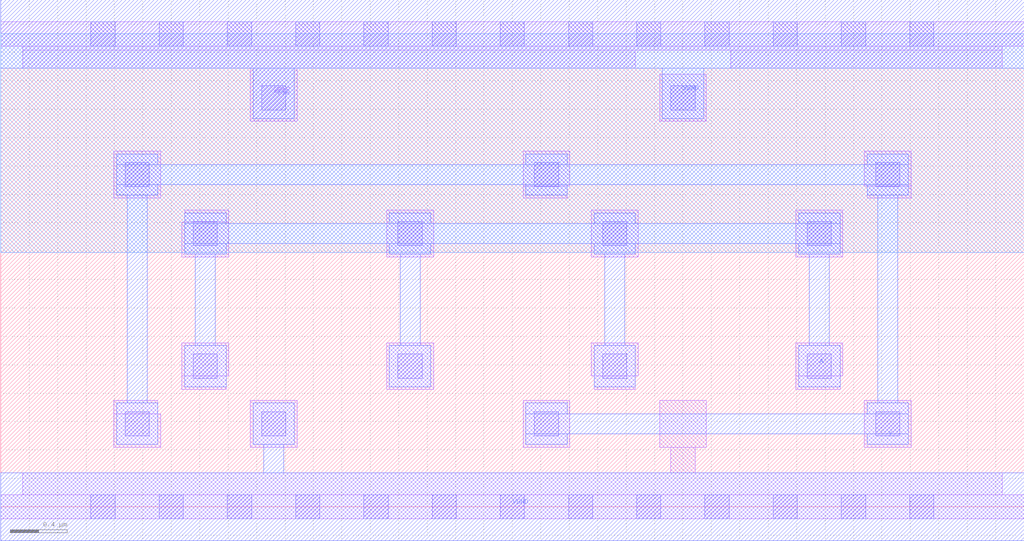
<source format=lef>
VERSION 5.7 ;
  NOWIREEXTENSIONATPIN ON ;
  DIVIDERCHAR "/" ;
  BUSBITCHARS "[]" ;
MACRO INVX8
  CLASS CORE ;
  FOREIGN INVX8 ;
  ORIGIN 0.000 0.000 ;
  SIZE 7.200 BY 3.330 ;
  SYMMETRY X Y ;
  SITE unit ;
  PIN A
    ANTENNAGATEAREA 0.756000 ;
    PORT
      LAYER met1 ;
        RECT 1.295 1.995 1.585 2.070 ;
        RECT 2.735 1.995 3.025 2.070 ;
        RECT 4.175 1.995 4.465 2.070 ;
        RECT 5.615 1.995 5.905 2.070 ;
        RECT 1.295 1.855 5.905 1.995 ;
        RECT 1.295 1.780 1.585 1.855 ;
        RECT 2.735 1.780 3.025 1.855 ;
        RECT 4.175 1.780 4.465 1.855 ;
        RECT 5.615 1.780 5.905 1.855 ;
        RECT 1.370 1.135 1.510 1.780 ;
        RECT 2.810 1.135 2.950 1.780 ;
        RECT 4.250 1.135 4.390 1.780 ;
        RECT 5.690 1.135 5.830 1.780 ;
        RECT 1.295 0.845 1.585 1.135 ;
        RECT 2.735 0.845 3.025 1.135 ;
        RECT 4.175 0.845 4.465 1.135 ;
        RECT 5.615 0.845 5.905 1.135 ;
    END
  END A
  PIN VGND
    ANTENNADIFFAREA 1.124200 ;
    PORT
      LAYER met1 ;
        RECT 1.775 0.440 2.065 0.730 ;
        RECT 1.850 0.240 1.990 0.440 ;
        RECT 0.000 -0.240 7.200 0.240 ;
    END
    PORT
      LAYER met1 ;
        RECT 0.000 3.090 7.200 3.570 ;
        RECT 1.775 2.735 2.065 3.090 ;
        RECT 4.655 2.735 4.945 3.090 ;
    END
  END VGND
  PIN VPWR
    ANTENNADIFFAREA 1.083600 ;
    PORT
      LAYER li1 ;
        RECT 0.000 3.245 7.200 3.415 ;
        RECT 0.155 3.215 7.045 3.245 ;
        RECT 0.155 3.090 4.465 3.215 ;
        RECT 5.135 3.090 7.045 3.215 ;
        RECT 1.755 2.715 2.085 3.090 ;
      LAYER mcon ;
        RECT 0.635 3.245 0.805 3.415 ;
        RECT 1.115 3.245 1.285 3.415 ;
        RECT 1.595 3.245 1.765 3.415 ;
        RECT 2.075 3.245 2.245 3.415 ;
        RECT 2.555 3.245 2.725 3.415 ;
        RECT 3.035 3.245 3.205 3.415 ;
        RECT 3.515 3.245 3.685 3.415 ;
        RECT 3.995 3.245 4.165 3.415 ;
        RECT 4.475 3.245 4.645 3.415 ;
        RECT 4.955 3.245 5.125 3.415 ;
        RECT 5.435 3.245 5.605 3.415 ;
        RECT 5.915 3.245 6.085 3.415 ;
        RECT 6.395 3.245 6.565 3.415 ;
        RECT 1.835 2.795 2.005 2.965 ;
    END
  END VPWR
  PIN Y
    ANTENNADIFFAREA 3.724950 ;
    PORT
      LAYER met1 ;
        RECT 0.815 2.410 1.105 2.485 ;
        RECT 3.695 2.410 3.985 2.485 ;
        RECT 6.095 2.410 6.385 2.485 ;
        RECT 0.815 2.270 6.385 2.410 ;
        RECT 0.815 2.195 1.105 2.270 ;
        RECT 3.695 2.195 3.985 2.270 ;
        RECT 6.095 2.195 6.385 2.270 ;
        RECT 0.890 0.730 1.030 2.195 ;
        RECT 6.170 0.730 6.310 2.195 ;
        RECT 0.815 0.440 1.105 0.730 ;
        RECT 3.695 0.655 3.985 0.730 ;
        RECT 6.095 0.655 6.385 0.730 ;
        RECT 3.695 0.515 6.385 0.655 ;
        RECT 3.695 0.440 3.985 0.515 ;
        RECT 6.095 0.440 6.385 0.515 ;
    END
  END Y
  OBS
      LAYER nwell ;
        RECT 0.000 1.790 7.200 3.330 ;
      LAYER li1 ;
        RECT 4.635 2.715 4.965 3.045 ;
        RECT 0.795 2.175 1.125 2.505 ;
        RECT 3.675 2.260 4.005 2.505 ;
        RECT 6.075 2.260 6.405 2.505 ;
        RECT 3.675 2.175 3.985 2.260 ;
        RECT 6.095 2.175 6.405 2.260 ;
        RECT 1.295 2.005 1.605 2.090 ;
        RECT 1.275 1.760 1.605 2.005 ;
        RECT 2.715 1.760 3.045 2.090 ;
        RECT 4.155 1.760 4.485 2.090 ;
        RECT 5.595 1.760 5.925 2.090 ;
        RECT 1.275 0.920 1.605 1.155 ;
        RECT 1.275 0.825 1.585 0.920 ;
        RECT 2.715 0.825 3.045 1.155 ;
        RECT 4.155 0.920 4.485 1.155 ;
        RECT 5.595 0.920 5.925 1.155 ;
        RECT 4.175 0.825 4.465 0.920 ;
        RECT 5.595 0.825 5.905 0.920 ;
        RECT 0.795 0.655 1.105 0.750 ;
        RECT 0.795 0.420 1.125 0.655 ;
        RECT 1.755 0.420 2.085 0.750 ;
        RECT 3.675 0.420 4.005 0.750 ;
        RECT 4.635 0.420 4.965 0.750 ;
        RECT 6.075 0.420 6.405 0.750 ;
        RECT 4.715 0.240 4.885 0.420 ;
        RECT 0.155 0.085 7.045 0.240 ;
        RECT 0.000 -0.085 7.200 0.085 ;
      LAYER mcon ;
        RECT 4.715 2.795 4.885 2.965 ;
        RECT 0.875 2.255 1.045 2.425 ;
        RECT 3.755 2.255 3.925 2.425 ;
        RECT 6.155 2.255 6.325 2.425 ;
        RECT 1.355 1.840 1.525 2.010 ;
        RECT 2.795 1.840 2.965 2.010 ;
        RECT 4.235 1.840 4.405 2.010 ;
        RECT 5.675 1.840 5.845 2.010 ;
        RECT 1.355 0.905 1.525 1.075 ;
        RECT 2.795 0.905 2.965 1.075 ;
        RECT 4.235 0.905 4.405 1.075 ;
        RECT 5.675 0.905 5.845 1.075 ;
        RECT 0.875 0.500 1.045 0.670 ;
        RECT 1.835 0.500 2.005 0.670 ;
        RECT 3.755 0.500 3.925 0.670 ;
        RECT 6.155 0.500 6.325 0.670 ;
        RECT 0.635 -0.085 0.805 0.085 ;
        RECT 1.115 -0.085 1.285 0.085 ;
        RECT 1.595 -0.085 1.765 0.085 ;
        RECT 2.075 -0.085 2.245 0.085 ;
        RECT 2.555 -0.085 2.725 0.085 ;
        RECT 3.035 -0.085 3.205 0.085 ;
        RECT 3.515 -0.085 3.685 0.085 ;
        RECT 3.995 -0.085 4.165 0.085 ;
        RECT 4.475 -0.085 4.645 0.085 ;
        RECT 4.955 -0.085 5.125 0.085 ;
        RECT 5.435 -0.085 5.605 0.085 ;
        RECT 5.915 -0.085 6.085 0.085 ;
        RECT 6.395 -0.085 6.565 0.085 ;
  END
END INVX8
END LIBRARY


</source>
